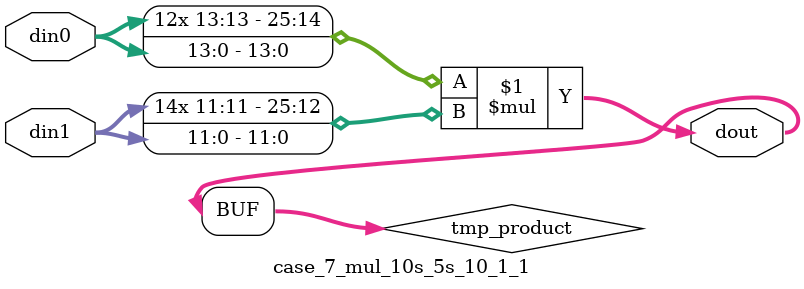
<source format=v>

`timescale 1 ns / 1 ps

 module case_7_mul_10s_5s_10_1_1(din0, din1, dout);
parameter ID = 1;
parameter NUM_STAGE = 0;
parameter din0_WIDTH = 14;
parameter din1_WIDTH = 12;
parameter dout_WIDTH = 26;

input [din0_WIDTH - 1 : 0] din0; 
input [din1_WIDTH - 1 : 0] din1; 
output [dout_WIDTH - 1 : 0] dout;

wire signed [dout_WIDTH - 1 : 0] tmp_product;



























assign tmp_product = $signed(din0) * $signed(din1);








assign dout = tmp_product;





















endmodule

</source>
